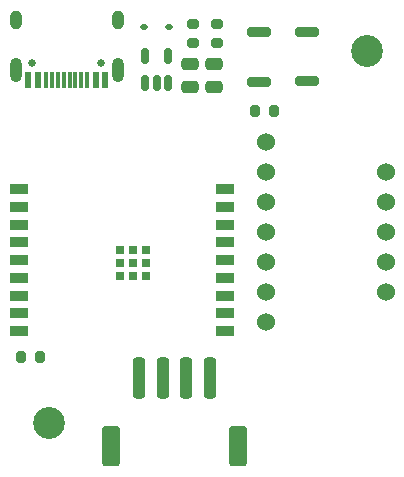
<source format=gbr>
%TF.GenerationSoftware,KiCad,Pcbnew,7.0.8*%
%TF.CreationDate,2024-11-10T19:19:34+09:00*%
%TF.ProjectId,JellyTracker_V0.5.0,4a656c6c-7954-4726-9163-6b65725f5630,rev?*%
%TF.SameCoordinates,Original*%
%TF.FileFunction,Soldermask,Top*%
%TF.FilePolarity,Negative*%
%FSLAX46Y46*%
G04 Gerber Fmt 4.6, Leading zero omitted, Abs format (unit mm)*
G04 Created by KiCad (PCBNEW 7.0.8) date 2024-11-10 19:19:34*
%MOMM*%
%LPD*%
G01*
G04 APERTURE LIST*
G04 Aperture macros list*
%AMRoundRect*
0 Rectangle with rounded corners*
0 $1 Rounding radius*
0 $2 $3 $4 $5 $6 $7 $8 $9 X,Y pos of 4 corners*
0 Add a 4 corners polygon primitive as box body*
4,1,4,$2,$3,$4,$5,$6,$7,$8,$9,$2,$3,0*
0 Add four circle primitives for the rounded corners*
1,1,$1+$1,$2,$3*
1,1,$1+$1,$4,$5*
1,1,$1+$1,$6,$7*
1,1,$1+$1,$8,$9*
0 Add four rect primitives between the rounded corners*
20,1,$1+$1,$2,$3,$4,$5,0*
20,1,$1+$1,$4,$5,$6,$7,0*
20,1,$1+$1,$6,$7,$8,$9,0*
20,1,$1+$1,$8,$9,$2,$3,0*%
G04 Aperture macros list end*
%ADD10R,1.500000X0.900000*%
%ADD11R,0.700000X0.700000*%
%ADD12RoundRect,0.200000X-0.200000X-0.275000X0.200000X-0.275000X0.200000X0.275000X-0.200000X0.275000X0*%
%ADD13RoundRect,0.200000X0.800000X-0.200000X0.800000X0.200000X-0.800000X0.200000X-0.800000X-0.200000X0*%
%ADD14RoundRect,0.200000X0.200000X0.275000X-0.200000X0.275000X-0.200000X-0.275000X0.200000X-0.275000X0*%
%ADD15C,0.650000*%
%ADD16R,0.600000X1.450000*%
%ADD17R,0.300000X1.450000*%
%ADD18O,1.000000X2.100000*%
%ADD19O,1.000000X1.600000*%
%ADD20RoundRect,0.200000X-0.275000X0.200000X-0.275000X-0.200000X0.275000X-0.200000X0.275000X0.200000X0*%
%ADD21C,2.700000*%
%ADD22RoundRect,0.250000X-0.475000X0.250000X-0.475000X-0.250000X0.475000X-0.250000X0.475000X0.250000X0*%
%ADD23RoundRect,0.150000X0.150000X-0.512500X0.150000X0.512500X-0.150000X0.512500X-0.150000X-0.512500X0*%
%ADD24RoundRect,0.112500X0.187500X0.112500X-0.187500X0.112500X-0.187500X-0.112500X0.187500X-0.112500X0*%
%ADD25RoundRect,0.250000X-0.250000X-1.500000X0.250000X-1.500000X0.250000X1.500000X-0.250000X1.500000X0*%
%ADD26RoundRect,0.250001X-0.499999X-1.449999X0.499999X-1.449999X0.499999X1.449999X-0.499999X1.449999X0*%
%ADD27C,1.524000*%
G04 APERTURE END LIST*
D10*
%TO.C,U5*%
X2032000Y-16256000D03*
X2032000Y-17756000D03*
X2032000Y-19256000D03*
X2032000Y-20756000D03*
X2032000Y-22256000D03*
X2032000Y-23756000D03*
X2032000Y-25256000D03*
X2032000Y-26756000D03*
X2032000Y-28256000D03*
X19532000Y-28256000D03*
X19532000Y-26756000D03*
X19532000Y-25256000D03*
X19532000Y-23756000D03*
X19532000Y-22256000D03*
X19532000Y-20756000D03*
X19532000Y-19256000D03*
X19532000Y-17756000D03*
X19532000Y-16256000D03*
D11*
X10642000Y-21356000D03*
X10642000Y-22456000D03*
X10642000Y-23556000D03*
X11692000Y-21356000D03*
X11692000Y-22456000D03*
X11692000Y-23556000D03*
X12842000Y-21356000D03*
X12842000Y-22456000D03*
X12842000Y-23556000D03*
%TD*%
D12*
%TO.C,R3*%
X22035000Y-9652000D03*
X23685000Y-9652000D03*
%TD*%
D13*
%TO.C,SW1*%
X26416000Y-7112000D03*
X26416000Y-2912000D03*
%TD*%
D14*
%TO.C,R4*%
X3873000Y-30480000D03*
X2223000Y-30480000D03*
%TD*%
D15*
%TO.C,J1*%
X8986000Y-5596000D03*
X3206000Y-5596000D03*
D16*
X9346000Y-7041000D03*
X8546000Y-7041000D03*
D17*
X7346000Y-7041000D03*
X6346000Y-7041000D03*
X5846000Y-7041000D03*
X4846000Y-7041000D03*
D16*
X3646000Y-7041000D03*
X2846000Y-7041000D03*
X2846000Y-7041000D03*
X3646000Y-7041000D03*
D17*
X4346000Y-7041000D03*
X5346000Y-7041000D03*
X6846000Y-7041000D03*
X7846000Y-7041000D03*
D16*
X8546000Y-7041000D03*
X9346000Y-7041000D03*
D18*
X10416000Y-6126000D03*
D19*
X10416000Y-1946000D03*
D18*
X1776000Y-6126000D03*
D19*
X1776000Y-1946000D03*
%TD*%
D20*
%TO.C,R1*%
X18796000Y-2223000D03*
X18796000Y-3873000D03*
%TD*%
%TO.C,R2*%
X16764000Y-2223000D03*
X16764000Y-3873000D03*
%TD*%
D21*
%TO.C,M2.5*%
X4572000Y-36068000D03*
%TD*%
D22*
%TO.C,C7*%
X16510000Y-5654000D03*
X16510000Y-7554000D03*
%TD*%
%TO.C,C6*%
X18542000Y-5654000D03*
X18542000Y-7554000D03*
%TD*%
D23*
%TO.C,U1*%
X12766000Y-7233500D03*
X13716000Y-7233500D03*
X14666000Y-7233500D03*
X14666000Y-4958500D03*
X12766000Y-4958500D03*
%TD*%
D24*
%TO.C,D2*%
X14766000Y-2540000D03*
X12666000Y-2540000D03*
%TD*%
D25*
%TO.C,J7*%
X12240000Y-32202000D03*
X14240000Y-32202000D03*
X16240000Y-32202000D03*
X18240000Y-32202000D03*
D26*
X9890000Y-37952000D03*
X20590000Y-37952000D03*
%TD*%
D21*
%TO.C,M2.5*%
X31496000Y-4572000D03*
%TD*%
D27*
%TO.C,U2*%
X22960000Y-12292000D03*
X22960000Y-14832000D03*
X22960000Y-17372000D03*
X22960000Y-19912000D03*
X22960000Y-22452000D03*
X22960000Y-24992000D03*
X22960000Y-27532000D03*
X33120000Y-14832000D03*
X33120000Y-17372000D03*
X33120000Y-19912000D03*
X33120000Y-22452000D03*
X33120000Y-24992000D03*
%TD*%
D13*
%TO.C,SW2*%
X22352000Y-7180000D03*
X22352000Y-2980000D03*
%TD*%
M02*

</source>
